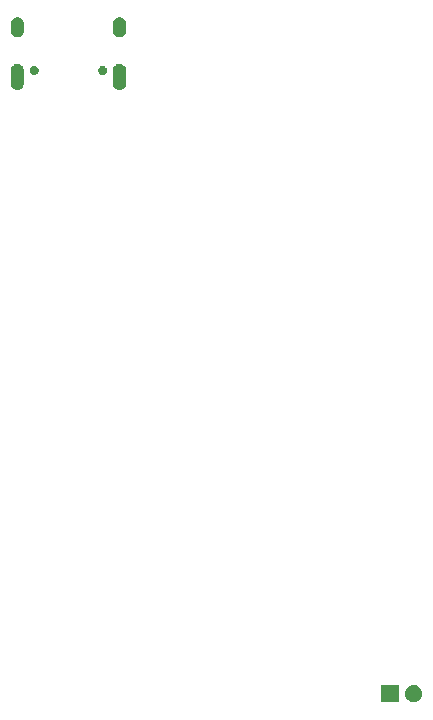
<source format=gbr>
G04 #@! TF.GenerationSoftware,KiCad,Pcbnew,(5.1.5)-3*
G04 #@! TF.CreationDate,2020-04-19T15:17:19-04:00*
G04 #@! TF.ProjectId,Squid60,53717569-6436-4302-9e6b-696361645f70,rev?*
G04 #@! TF.SameCoordinates,Original*
G04 #@! TF.FileFunction,Soldermask,Top*
G04 #@! TF.FilePolarity,Negative*
%FSLAX46Y46*%
G04 Gerber Fmt 4.6, Leading zero omitted, Abs format (unit mm)*
G04 Created by KiCad (PCBNEW (5.1.5)-3) date 2020-04-19 15:17:19*
%MOMM*%
%LPD*%
G04 APERTURE LIST*
%ADD10C,0.100000*%
G04 APERTURE END LIST*
D10*
G36*
X55990166Y-74993899D02*
G01*
X56122288Y-75048626D01*
X56122290Y-75048627D01*
X56241198Y-75128079D01*
X56342321Y-75229202D01*
X56342322Y-75229204D01*
X56421774Y-75348112D01*
X56476501Y-75480234D01*
X56504400Y-75620494D01*
X56504400Y-75763506D01*
X56476501Y-75903766D01*
X56421774Y-76035888D01*
X56421773Y-76035890D01*
X56342321Y-76154798D01*
X56241198Y-76255921D01*
X56122290Y-76335373D01*
X56122289Y-76335374D01*
X56122288Y-76335374D01*
X55990166Y-76390101D01*
X55849906Y-76418000D01*
X55706894Y-76418000D01*
X55566634Y-76390101D01*
X55434512Y-76335374D01*
X55434511Y-76335374D01*
X55434510Y-76335373D01*
X55315602Y-76255921D01*
X55214479Y-76154798D01*
X55135027Y-76035890D01*
X55135026Y-76035888D01*
X55080299Y-75903766D01*
X55052400Y-75763506D01*
X55052400Y-75620494D01*
X55080299Y-75480234D01*
X55135026Y-75348112D01*
X55214478Y-75229204D01*
X55214479Y-75229202D01*
X55315602Y-75128079D01*
X55434510Y-75048627D01*
X55434512Y-75048626D01*
X55566634Y-74993899D01*
X55706894Y-74966000D01*
X55849906Y-74966000D01*
X55990166Y-74993899D01*
G37*
G36*
X54504400Y-76418000D02*
G01*
X53052400Y-76418000D01*
X53052400Y-74966000D01*
X54504400Y-74966000D01*
X54504400Y-76418000D01*
G37*
G36*
X22338114Y-22355723D02*
G01*
X22441978Y-22387229D01*
X22486007Y-22410763D01*
X22537699Y-22438393D01*
X22537701Y-22438394D01*
X22537700Y-22438394D01*
X22621601Y-22507249D01*
X22690456Y-22591150D01*
X22741621Y-22686871D01*
X22773127Y-22790735D01*
X22781100Y-22871683D01*
X22781100Y-24025817D01*
X22773127Y-24106765D01*
X22741621Y-24210629D01*
X22741619Y-24210632D01*
X22690457Y-24306350D01*
X22621601Y-24390251D01*
X22537700Y-24459107D01*
X22469155Y-24495745D01*
X22441979Y-24510271D01*
X22338115Y-24541777D01*
X22230100Y-24552416D01*
X22122086Y-24541777D01*
X22018222Y-24510271D01*
X21991046Y-24495745D01*
X21922501Y-24459107D01*
X21838600Y-24390251D01*
X21769744Y-24306350D01*
X21718582Y-24210632D01*
X21718580Y-24210629D01*
X21687074Y-24106765D01*
X21679101Y-24025817D01*
X21679100Y-22871684D01*
X21687073Y-22790736D01*
X21718579Y-22686872D01*
X21769744Y-22591150D01*
X21838599Y-22507249D01*
X21922500Y-22438394D01*
X21922499Y-22438394D01*
X21922501Y-22438393D01*
X21974193Y-22410763D01*
X22018221Y-22387229D01*
X22122085Y-22355723D01*
X22230100Y-22345084D01*
X22338114Y-22355723D01*
G37*
G36*
X30978114Y-22355723D02*
G01*
X31081978Y-22387229D01*
X31126007Y-22410763D01*
X31177699Y-22438393D01*
X31177701Y-22438394D01*
X31177700Y-22438394D01*
X31261601Y-22507249D01*
X31330456Y-22591150D01*
X31381621Y-22686871D01*
X31413127Y-22790735D01*
X31421100Y-22871683D01*
X31421100Y-24025817D01*
X31413127Y-24106765D01*
X31381621Y-24210629D01*
X31381619Y-24210632D01*
X31330457Y-24306350D01*
X31261601Y-24390251D01*
X31177700Y-24459107D01*
X31109155Y-24495745D01*
X31081979Y-24510271D01*
X30978115Y-24541777D01*
X30870100Y-24552416D01*
X30762086Y-24541777D01*
X30658222Y-24510271D01*
X30631046Y-24495745D01*
X30562501Y-24459107D01*
X30478600Y-24390251D01*
X30409744Y-24306350D01*
X30358582Y-24210632D01*
X30358580Y-24210629D01*
X30327074Y-24106765D01*
X30319101Y-24025817D01*
X30319100Y-22871684D01*
X30327073Y-22790736D01*
X30358579Y-22686872D01*
X30409744Y-22591150D01*
X30478599Y-22507249D01*
X30562500Y-22438394D01*
X30562499Y-22438394D01*
X30562501Y-22438393D01*
X30614193Y-22410763D01*
X30658221Y-22387229D01*
X30762085Y-22355723D01*
X30870100Y-22345084D01*
X30978114Y-22355723D01*
G37*
G36*
X29549772Y-22557199D02*
G01*
X29549774Y-22557200D01*
X29549775Y-22557200D01*
X29618203Y-22585543D01*
X29679786Y-22626692D01*
X29732158Y-22679064D01*
X29773307Y-22740647D01*
X29801650Y-22809075D01*
X29801651Y-22809078D01*
X29816100Y-22881716D01*
X29816100Y-22955783D01*
X29801650Y-23028425D01*
X29773307Y-23096853D01*
X29732158Y-23158436D01*
X29679786Y-23210808D01*
X29618203Y-23251957D01*
X29549775Y-23280300D01*
X29549774Y-23280300D01*
X29549772Y-23280301D01*
X29477134Y-23294750D01*
X29403066Y-23294750D01*
X29330428Y-23280301D01*
X29330426Y-23280300D01*
X29330425Y-23280300D01*
X29261997Y-23251957D01*
X29200414Y-23210808D01*
X29148042Y-23158436D01*
X29106893Y-23096853D01*
X29078550Y-23028425D01*
X29064100Y-22955783D01*
X29064100Y-22881716D01*
X29078549Y-22809078D01*
X29078550Y-22809075D01*
X29106893Y-22740647D01*
X29148042Y-22679064D01*
X29200414Y-22626692D01*
X29261997Y-22585543D01*
X29330425Y-22557200D01*
X29330426Y-22557200D01*
X29330428Y-22557199D01*
X29403066Y-22542750D01*
X29477134Y-22542750D01*
X29549772Y-22557199D01*
G37*
G36*
X23769772Y-22557199D02*
G01*
X23769774Y-22557200D01*
X23769775Y-22557200D01*
X23838203Y-22585543D01*
X23899786Y-22626692D01*
X23952158Y-22679064D01*
X23993307Y-22740647D01*
X24021650Y-22809075D01*
X24021651Y-22809078D01*
X24036100Y-22881716D01*
X24036100Y-22955783D01*
X24021650Y-23028425D01*
X23993307Y-23096853D01*
X23952158Y-23158436D01*
X23899786Y-23210808D01*
X23838203Y-23251957D01*
X23769775Y-23280300D01*
X23769774Y-23280300D01*
X23769772Y-23280301D01*
X23697134Y-23294750D01*
X23623066Y-23294750D01*
X23550428Y-23280301D01*
X23550426Y-23280300D01*
X23550425Y-23280300D01*
X23481997Y-23251957D01*
X23420414Y-23210808D01*
X23368042Y-23158436D01*
X23326893Y-23096853D01*
X23298550Y-23028425D01*
X23284100Y-22955783D01*
X23284100Y-22881716D01*
X23298549Y-22809078D01*
X23298550Y-22809075D01*
X23326893Y-22740647D01*
X23368042Y-22679064D01*
X23420414Y-22626692D01*
X23481997Y-22585543D01*
X23550425Y-22557200D01*
X23550426Y-22557200D01*
X23550428Y-22557199D01*
X23623066Y-22542750D01*
X23697134Y-22542750D01*
X23769772Y-22557199D01*
G37*
G36*
X22338114Y-18425723D02*
G01*
X22441978Y-18457229D01*
X22486007Y-18480763D01*
X22537699Y-18508393D01*
X22537701Y-18508394D01*
X22537700Y-18508394D01*
X22621601Y-18577249D01*
X22690456Y-18661150D01*
X22741621Y-18756871D01*
X22773127Y-18860735D01*
X22781100Y-18941683D01*
X22781100Y-19595817D01*
X22773127Y-19676765D01*
X22741621Y-19780629D01*
X22741619Y-19780632D01*
X22690457Y-19876350D01*
X22621601Y-19960251D01*
X22537700Y-20029107D01*
X22469155Y-20065745D01*
X22441979Y-20080271D01*
X22338115Y-20111777D01*
X22230100Y-20122416D01*
X22122086Y-20111777D01*
X22018222Y-20080271D01*
X21991046Y-20065745D01*
X21922501Y-20029107D01*
X21838600Y-19960251D01*
X21769745Y-19876351D01*
X21718580Y-19780629D01*
X21687073Y-19676765D01*
X21679100Y-19595817D01*
X21679100Y-18941684D01*
X21687073Y-18860736D01*
X21718579Y-18756872D01*
X21769744Y-18661150D01*
X21838599Y-18577249D01*
X21922500Y-18508394D01*
X21922499Y-18508394D01*
X21922501Y-18508393D01*
X21974193Y-18480763D01*
X22018221Y-18457229D01*
X22122085Y-18425723D01*
X22230100Y-18415084D01*
X22338114Y-18425723D01*
G37*
G36*
X30978114Y-18425723D02*
G01*
X31081978Y-18457229D01*
X31126007Y-18480763D01*
X31177699Y-18508393D01*
X31177701Y-18508394D01*
X31177700Y-18508394D01*
X31261601Y-18577249D01*
X31330456Y-18661150D01*
X31381621Y-18756871D01*
X31413127Y-18860735D01*
X31421100Y-18941683D01*
X31421100Y-19595817D01*
X31413127Y-19676765D01*
X31381621Y-19780629D01*
X31381619Y-19780632D01*
X31330457Y-19876350D01*
X31261601Y-19960251D01*
X31177700Y-20029107D01*
X31109155Y-20065745D01*
X31081979Y-20080271D01*
X30978115Y-20111777D01*
X30870100Y-20122416D01*
X30762086Y-20111777D01*
X30658222Y-20080271D01*
X30631046Y-20065745D01*
X30562501Y-20029107D01*
X30478600Y-19960251D01*
X30409745Y-19876351D01*
X30358580Y-19780629D01*
X30327073Y-19676765D01*
X30319100Y-19595817D01*
X30319100Y-18941684D01*
X30327073Y-18860736D01*
X30358579Y-18756872D01*
X30409744Y-18661150D01*
X30478599Y-18577249D01*
X30562500Y-18508394D01*
X30562499Y-18508394D01*
X30562501Y-18508393D01*
X30614193Y-18480763D01*
X30658221Y-18457229D01*
X30762085Y-18425723D01*
X30870100Y-18415084D01*
X30978114Y-18425723D01*
G37*
M02*

</source>
